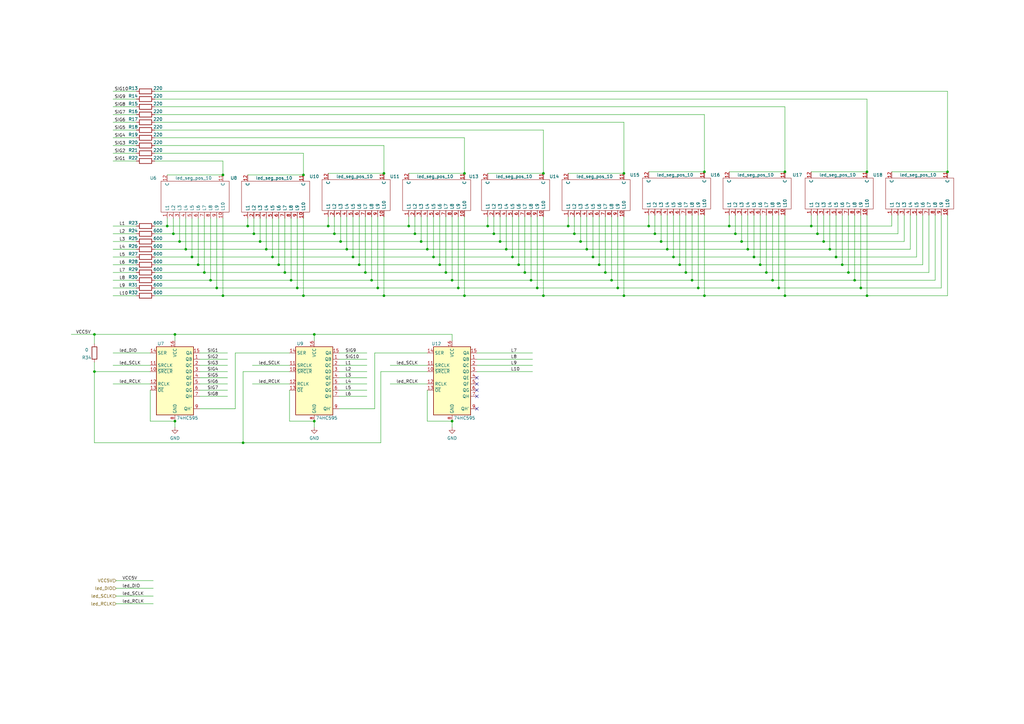
<source format=kicad_sch>
(kicad_sch (version 20211123) (generator eeschema)
  (paper "A3")
  (lib_symbols
    (symbol "74xx:74HC595"
      (property "Reference" "U" (at -7.62 13.97 0))
      (property "Value" "74HC595" (at -7.62 -16.51 0))
      (symbol "74HC595_1_0"
        (pin tri_state line (at 10.16 7.62 180) (length 2.54) (name "QB") (number "1"))
        (pin input line (at -10.16 2.54 0) (length 2.54) (name "~{SRCLR}") (number "10"))
        (pin input line (at -10.16 5.08 0) (length 2.54) (name "SRCLK") (number "11"))
        (pin input line (at -10.16 -2.54 0) (length 2.54) (name "RCLK") (number "12"))
        (pin input line (at -10.16 -5.08 0) (length 2.54) (name "~{OE}") (number "13"))
        (pin input line (at -10.16 10.16 0) (length 2.54) (name "SER") (number "14"))
        (pin tri_state line (at 10.16 10.16 180) (length 2.54) (name "QA") (number "15"))
        (pin power_in line (at 0 15.24 270) (length 2.54) (name "VCC") (number "16"))
        (pin tri_state line (at 10.16 5.08 180) (length 2.54) (name "QC") (number "2"))
        (pin tri_state line (at 10.16 2.54 180) (length 2.54) (name "QD") (number "3"))
        (pin tri_state line (at 10.16 0 180) (length 2.54) (name "QE") (number "4"))
        (pin tri_state line (at 10.16 -2.54 180) (length 2.54) (name "QF") (number "5"))
        (pin tri_state line (at 10.16 -5.08 180) (length 2.54) (name "QG") (number "6"))
        (pin tri_state line (at 10.16 -7.62 180) (length 2.54) (name "QH") (number "7"))
        (pin power_in line (at 0 -17.78 90) (length 2.54) (name "GND") (number "8"))
        (pin output line (at 10.16 -12.7 180) (length 2.54) (name "QH'") (number "9"))
      )
      (symbol "74HC595_1_1"
        (rectangle (start -7.62 12.7) (end 7.62 -15.24) (stroke (width 0.254)) (fill (type background)))
      )
    )
    (symbol "Device:R" (pin_numbers hide) (pin_names (offset 0))
      (property "Reference" "R" (at 2.032 0 90))
      (property "Value" "R" (at 0 0 90))
      (symbol "R_0_1"
        (rectangle (start -1.016 -2.54) (end 1.016 2.54) (stroke (width 0.254)))
      )
      (symbol "R_1_1"
        (pin passive line (at 0 3.81 270) (length 1.27) (name "~") (number "1"))
        (pin passive line (at 0 -3.81 90) (length 1.27) (name "~") (number "2"))
      )
    )
    (symbol "led_seg_pos_10_1"
      (property "Reference" "U6" (at -1.905 13.97 90))
      (property "Value" "led_seg_pos_10" (at 13.335 13.97 90))
      (symbol "led_seg_pos_10_1_0_1"
        (rectangle (start 0 0) (end 12.7 -27.94))
      )
      (symbol "led_seg_pos_10_1_1_1"
        (pin passive line (at -2.54 -2.54 0) (length 2.54) (name "L1") (number "1"))
        (pin passive line (at -2.54 -25.4 0) (length 2.54) (name "L10") (number "10"))
        (pin passive line (at 15.24 -25.4 180) (length 2.54) (name "C") (number "11"))
        (pin passive line (at 15.24 -2.54 180) (length 2.54) (name "C") (number "12"))
        (pin passive line (at -2.54 -5.08 0) (length 2.54) (name "L2") (number "2"))
        (pin passive line (at -2.54 -7.62 0) (length 2.54) (name "L3") (number "3"))
        (pin passive line (at -2.54 -10.16 0) (length 2.54) (name "L4") (number "4"))
        (pin passive line (at -2.54 -12.7 0) (length 2.54) (name "L5") (number "5"))
        (pin passive line (at -2.54 -15.24 0) (length 2.54) (name "L6") (number "6"))
        (pin passive line (at -2.54 -17.78 0) (length 2.54) (name "L7") (number "7"))
        (pin passive line (at -2.54 -20.32 0) (length 2.54) (name "L8") (number "8"))
        (pin passive line (at -2.54 -22.86 0) (length 2.54) (name "L9") (number "9"))
      )
    )
    (symbol "power:GND" (power) (pin_names (offset 0))
      (property "Value" "GND" (at 0 -3.81 0))
      (symbol "GND_0_1"
        (polyline (pts (xy 0 0) (xy 0 -1.27) (xy 1.27 -1.27) (xy 0 -2.54) (xy -1.27 -1.27) (xy 0 -1.27)))
      )
      (symbol "GND_1_1"
        (pin power_in line (at 0 0 270) (length 0) hide (name "GND") (number "1"))
      )
    )
  )
  (junction (at 147.32 108.585))
  (junction (at 255.905 121.285))
  (junction (at 152.4 114.935))
  (junction (at 301.625 95.885))
  (junction (at 268.605 95.885))
  (junction (at 278.765 108.585))
  (junction (at 185.42 172.72))
  (junction (at 76.2 102.235))
  (junction (at 187.96 118.11))
  (junction (at 190.5 121.285))
  (junction (at 134.62 92.71))
  (junction (at 304.165 99.06))
  (junction (at 273.685 102.235))
  (junction (at 355.6 121.285))
  (junction (at 350.52 114.935))
  (junction (at 73.66 99.06))
  (junction (at 253.365 118.11))
  (junction (at 235.585 95.885))
  (junction (at 309.245 105.41))
  (junction (at 81.28 108.585))
  (junction (at 276.225 105.41))
  (junction (at 99.695 181.61))
  (junction (at 217.805 114.935))
  (junction (at 314.325 111.76))
  (junction (at 172.72 99.06))
  (junction (at 238.125 99.06))
  (junction (at 170.18 95.885))
  (junction (at 281.305 111.76))
  (junction (at 101.6 92.71))
  (junction (at 185.42 114.935))
  (junction (at 205.105 99.06))
  (junction (at 321.945 121.285))
  (junction (at 182.88 111.76))
  (junction (at 124.46 121.285))
  (junction (at 340.36 102.235))
  (junction (at 271.145 99.06))
  (junction (at 210.185 105.41))
  (junction (at 106.68 99.06))
  (junction (at 177.8 105.41))
  (junction (at 119.38 114.935))
  (junction (at 114.3 108.585))
  (junction (at 124.46 71.755))
  (junction (at 321.945 70.485))
  (junction (at 175.26 102.235))
  (junction (at 266.065 92.71))
  (junction (at 104.14 95.885))
  (junction (at 255.905 71.12))
  (junction (at 91.44 71.755))
  (junction (at 306.705 102.235))
  (junction (at 345.44 108.585))
  (junction (at 286.385 118.11))
  (junction (at 342.9 105.41))
  (junction (at 222.885 71.12))
  (junction (at 154.94 118.11))
  (junction (at 137.16 95.885))
  (junction (at 319.405 118.11))
  (junction (at 111.76 105.41))
  (junction (at 109.22 102.235))
  (junction (at 86.36 114.935))
  (junction (at 128.905 137.16))
  (junction (at 299.085 92.71))
  (junction (at 200.025 92.71))
  (junction (at 347.98 111.76))
  (junction (at 157.48 121.285))
  (junction (at 353.06 118.11))
  (junction (at 332.74 92.71))
  (junction (at 71.12 95.885))
  (junction (at 128.905 172.72))
  (junction (at 283.845 114.935))
  (junction (at 220.345 118.11))
  (junction (at 116.84 111.76))
  (junction (at 78.74 105.41))
  (junction (at 68.58 92.71))
  (junction (at 288.925 121.285))
  (junction (at 248.285 111.76))
  (junction (at 311.785 108.585))
  (junction (at 212.725 108.585))
  (junction (at 337.82 99.06))
  (junction (at 38.735 152.4))
  (junction (at 335.28 95.885))
  (junction (at 38.735 137.16))
  (junction (at 139.7 99.06))
  (junction (at 71.755 172.72))
  (junction (at 222.885 121.285))
  (junction (at 149.86 111.76))
  (junction (at 157.48 71.12))
  (junction (at 245.745 108.585))
  (junction (at 142.24 102.235))
  (junction (at 250.825 114.935))
  (junction (at 240.665 102.235))
  (junction (at 144.78 105.41))
  (junction (at 167.64 92.71))
  (junction (at 288.925 70.485))
  (junction (at 180.34 108.585))
  (junction (at 88.9 118.11))
  (junction (at 190.5 71.12))
  (junction (at 243.205 105.41))
  (junction (at 71.755 137.16))
  (junction (at 83.82 111.76))
  (junction (at 202.565 95.885))
  (junction (at 121.92 118.11))
  (junction (at 316.865 114.935))
  (junction (at 233.045 92.71))
  (junction (at 355.6 70.485))
  (junction (at 207.645 102.235))
  (junction (at 215.265 111.76))
  (junction (at 91.44 121.285))
  (junction (at 388.62 70.485))
  (no_connect (at 195.58 154.94))
  (no_connect (at 195.58 157.48))
  (no_connect (at 195.58 167.64))
  (no_connect (at 195.58 162.56))
  (no_connect (at 195.58 160.02))
  (wire (pts (xy 63.5 121.285) (xy 91.44 121.285)))
  (wire (pts (xy 353.06 118.11) (xy 386.08 118.11)))
  (wire (pts (xy 190.5 121.285) (xy 222.885 121.285)))
  (wire (pts (xy 342.9 88.265) (xy 342.9 105.41)))
  (wire (pts (xy 83.82 89.535) (xy 83.82 111.76)))
  (wire (pts (xy 306.705 88.265) (xy 306.705 102.235)))
  (wire (pts (xy 78.74 105.41) (xy 111.76 105.41)))
  (wire (pts (xy 71.12 89.535) (xy 71.12 95.885)))
  (wire (pts (xy 319.405 88.265) (xy 319.405 118.11)))
  (wire (pts (xy 170.18 88.9) (xy 170.18 95.885)))
  (wire (pts (xy 93.345 160.02) (xy 81.915 160.02)))
  (wire (pts (xy 222.885 53.34) (xy 222.885 71.12)))
  (wire (pts (xy 355.6 121.285) (xy 321.945 121.285)))
  (wire (pts (xy 286.385 88.265) (xy 286.385 118.11)))
  (wire (pts (xy 63.5 105.41) (xy 78.74 105.41)))
  (wire (pts (xy 167.64 88.9) (xy 167.64 92.71)))
  (wire (pts (xy 167.64 92.71) (xy 200.025 92.71)))
  (wire (pts (xy 250.825 114.935) (xy 217.805 114.935)))
  (wire (pts (xy 144.78 105.41) (xy 177.8 105.41)))
  (wire (pts (xy 273.685 102.235) (xy 240.665 102.235)))
  (wire (pts (xy 46.355 111.76) (xy 55.88 111.76)))
  (wire (pts (xy 276.225 88.265) (xy 276.225 105.41)))
  (wire (pts (xy 68.58 89.535) (xy 68.58 92.71)))
  (wire (pts (xy 195.58 147.32) (xy 218.44 147.32)))
  (wire (pts (xy 46.355 121.285) (xy 55.88 121.285)))
  (wire (pts (xy 286.385 118.11) (xy 319.405 118.11)))
  (wire (pts (xy 147.32 108.585) (xy 114.3 108.585)))
  (wire (pts (xy 347.98 111.76) (xy 314.325 111.76)))
  (wire (pts (xy 147.32 88.9) (xy 147.32 108.585)))
  (wire (pts (xy 63.5 95.885) (xy 71.12 95.885)))
  (wire (pts (xy 156.21 152.4) (xy 175.26 152.4)))
  (wire (pts (xy 154.94 118.11) (xy 187.96 118.11)))
  (wire (pts (xy 104.14 89.535) (xy 104.14 95.885)))
  (wire (pts (xy 240.665 88.9) (xy 240.665 102.235)))
  (wire (pts (xy 299.085 70.485) (xy 321.945 70.485)))
  (wire (pts (xy 273.685 88.265) (xy 273.685 102.235)))
  (wire (pts (xy 388.62 121.285) (xy 355.6 121.285)))
  (wire (pts (xy 114.3 108.585) (xy 81.28 108.585)))
  (wire (pts (xy 332.74 88.265) (xy 332.74 92.71)))
  (wire (pts (xy 63.5 114.935) (xy 86.36 114.935)))
  (wire (pts (xy 88.9 118.11) (xy 121.92 118.11)))
  (wire (pts (xy 243.205 88.9) (xy 243.205 105.41)))
  (wire (pts (xy 46.355 92.71) (xy 55.88 92.71)))
  (wire (pts (xy 81.28 89.535) (xy 81.28 108.585)))
  (wire (pts (xy 195.58 144.78) (xy 218.44 144.78)))
  (wire (pts (xy 152.4 114.935) (xy 185.42 114.935)))
  (wire (pts (xy 245.745 108.585) (xy 212.725 108.585)))
  (wire (pts (xy 175.26 88.9) (xy 175.26 102.235)))
  (wire (pts (xy 233.045 71.12) (xy 255.905 71.12)))
  (wire (pts (xy 172.72 88.9) (xy 172.72 99.06)))
  (wire (pts (xy 71.12 95.885) (xy 104.14 95.885)))
  (wire (pts (xy 46.355 99.06) (xy 55.88 99.06)))
  (wire (pts (xy 222.885 121.285) (xy 255.905 121.285)))
  (wire (pts (xy 288.925 121.285) (xy 321.945 121.285)))
  (wire (pts (xy 347.98 88.265) (xy 347.98 111.76)))
  (wire (pts (xy 139.065 167.64) (xy 153.67 167.64)))
  (wire (pts (xy 195.58 152.4) (xy 218.44 152.4)))
  (wire (pts (xy 63.5 111.76) (xy 83.82 111.76)))
  (wire (pts (xy 316.865 88.265) (xy 316.865 114.935)))
  (wire (pts (xy 46.355 56.515) (xy 55.88 56.515)))
  (wire (pts (xy 103.505 149.86) (xy 118.745 149.86)))
  (wire (pts (xy 278.765 88.265) (xy 278.765 108.585)))
  (wire (pts (xy 266.065 70.485) (xy 288.925 70.485)))
  (wire (pts (xy 383.54 114.935) (xy 350.52 114.935)))
  (wire (pts (xy 306.705 102.235) (xy 340.36 102.235)))
  (wire (pts (xy 365.76 70.485) (xy 388.62 70.485)))
  (wire (pts (xy 150.495 160.02) (xy 139.065 160.02)))
  (wire (pts (xy 200.025 92.71) (xy 233.045 92.71)))
  (wire (pts (xy 128.905 172.72) (xy 128.905 175.26)))
  (wire (pts (xy 46.355 105.41) (xy 55.88 105.41)))
  (wire (pts (xy 46.355 118.11) (xy 55.88 118.11)))
  (wire (pts (xy 190.5 56.515) (xy 190.5 71.12)))
  (wire (pts (xy 124.46 62.865) (xy 124.46 71.755)))
  (wire (pts (xy 388.62 70.485) (xy 388.62 37.465)))
  (wire (pts (xy 266.065 88.265) (xy 266.065 92.71)))
  (wire (pts (xy 205.105 99.06) (xy 238.125 99.06)))
  (wire (pts (xy 116.84 111.76) (xy 149.86 111.76)))
  (wire (pts (xy 175.26 102.235) (xy 142.24 102.235)))
  (wire (pts (xy 111.76 105.41) (xy 144.78 105.41)))
  (wire (pts (xy 268.605 88.265) (xy 268.605 95.885)))
  (wire (pts (xy 243.205 105.41) (xy 276.225 105.41)))
  (wire (pts (xy 222.885 88.9) (xy 222.885 121.285)))
  (wire (pts (xy 175.26 160.02) (xy 175.26 172.72)))
  (wire (pts (xy 81.915 167.64) (xy 96.52 167.64)))
  (wire (pts (xy 220.345 88.9) (xy 220.345 118.11)))
  (wire (pts (xy 149.86 88.9) (xy 149.86 111.76)))
  (wire (pts (xy 63.5 50.165) (xy 255.905 50.165)))
  (wire (pts (xy 156.21 181.61) (xy 99.695 181.61)))
  (wire (pts (xy 215.265 88.9) (xy 215.265 111.76)))
  (wire (pts (xy 190.5 121.285) (xy 157.48 121.285)))
  (wire (pts (xy 29.21 137.16) (xy 38.735 137.16)))
  (wire (pts (xy 335.28 95.885) (xy 368.3 95.885)))
  (wire (pts (xy 134.62 92.71) (xy 167.64 92.71)))
  (wire (pts (xy 78.74 89.535) (xy 78.74 105.41)))
  (wire (pts (xy 63.5 43.815) (xy 321.945 43.815)))
  (wire (pts (xy 93.345 157.48) (xy 81.915 157.48)))
  (wire (pts (xy 245.745 88.9) (xy 245.745 108.585)))
  (wire (pts (xy 46.355 102.235) (xy 55.88 102.235)))
  (wire (pts (xy 150.495 149.86) (xy 139.065 149.86)))
  (wire (pts (xy 233.045 88.9) (xy 233.045 92.71)))
  (wire (pts (xy 99.695 152.4) (xy 99.695 181.61)))
  (wire (pts (xy 288.925 88.265) (xy 288.925 121.285)))
  (wire (pts (xy 144.78 88.9) (xy 144.78 105.41)))
  (wire (pts (xy 350.52 88.265) (xy 350.52 114.935)))
  (wire (pts (xy 167.64 71.12) (xy 190.5 71.12)))
  (wire (pts (xy 63.5 59.69) (xy 157.48 59.69)))
  (wire (pts (xy 200.025 71.12) (xy 222.885 71.12)))
  (wire (pts (xy 137.16 95.885) (xy 170.18 95.885)))
  (wire (pts (xy 314.325 88.265) (xy 314.325 111.76)))
  (wire (pts (xy 355.6 88.265) (xy 355.6 121.285)))
  (wire (pts (xy 93.345 152.4) (xy 81.915 152.4)))
  (wire (pts (xy 63.5 40.64) (xy 355.6 40.64)))
  (wire (pts (xy 157.48 88.9) (xy 157.48 121.285)))
  (wire (pts (xy 240.665 102.235) (xy 207.645 102.235)))
  (wire (pts (xy 235.585 95.885) (xy 268.605 95.885)))
  (wire (pts (xy 124.46 89.535) (xy 124.46 121.285)))
  (wire (pts (xy 185.42 88.9) (xy 185.42 114.935)))
  (wire (pts (xy 142.24 88.9) (xy 142.24 102.235)))
  (wire (pts (xy 220.345 118.11) (xy 253.365 118.11)))
  (wire (pts (xy 233.045 92.71) (xy 266.065 92.71)))
  (wire (pts (xy 238.125 99.06) (xy 271.145 99.06)))
  (wire (pts (xy 139.7 99.06) (xy 172.72 99.06)))
  (wire (pts (xy 281.305 88.265) (xy 281.305 111.76)))
  (wire (pts (xy 271.145 88.265) (xy 271.145 99.06)))
  (wire (pts (xy 182.88 88.9) (xy 182.88 111.76)))
  (wire (pts (xy 309.245 105.41) (xy 276.225 105.41)))
  (wire (pts (xy 311.785 88.265) (xy 311.785 108.585)))
  (wire (pts (xy 301.625 88.265) (xy 301.625 95.885)))
  (wire (pts (xy 238.125 88.9) (xy 238.125 99.06)))
  (wire (pts (xy 350.52 114.935) (xy 316.865 114.935)))
  (wire (pts (xy 185.42 139.7) (xy 185.42 137.16)))
  (wire (pts (xy 46.355 46.99) (xy 55.88 46.99)))
  (wire (pts (xy 381 88.265) (xy 381 111.76)))
  (wire (pts (xy 288.925 46.99) (xy 288.925 70.485)))
  (wire (pts (xy 93.345 154.94) (xy 81.915 154.94)))
  (wire (pts (xy 119.38 114.935) (xy 152.4 114.935)))
  (wire (pts (xy 63.5 46.99) (xy 288.925 46.99)))
  (wire (pts (xy 381 111.76) (xy 347.98 111.76)))
  (wire (pts (xy 283.845 114.935) (xy 250.825 114.935)))
  (wire (pts (xy 217.805 114.935) (xy 185.42 114.935)))
  (wire (pts (xy 235.585 95.885) (xy 202.565 95.885)))
  (wire (pts (xy 187.96 88.9) (xy 187.96 118.11)))
  (wire (pts (xy 370.84 88.265) (xy 370.84 99.06)))
  (wire (pts (xy 118.745 172.72) (xy 128.905 172.72)))
  (wire (pts (xy 71.755 137.16) (xy 128.905 137.16)))
  (wire (pts (xy 149.86 111.76) (xy 182.88 111.76)))
  (wire (pts (xy 150.495 147.32) (xy 139.065 147.32)))
  (wire (pts (xy 128.905 137.16) (xy 185.42 137.16)))
  (wire (pts (xy 200.025 88.9) (xy 200.025 92.71)))
  (wire (pts (xy 153.67 144.78) (xy 175.26 144.78)))
  (wire (pts (xy 46.355 108.585) (xy 55.88 108.585)))
  (wire (pts (xy 342.9 105.41) (xy 375.92 105.41)))
  (wire (pts (xy 160.02 149.86) (xy 175.26 149.86)))
  (wire (pts (xy 306.705 102.235) (xy 273.685 102.235)))
  (wire (pts (xy 46.355 37.465) (xy 55.88 37.465)))
  (wire (pts (xy 63.5 37.465) (xy 388.62 37.465)))
  (wire (pts (xy 63.5 62.865) (xy 124.46 62.865)))
  (wire (pts (xy 91.44 66.04) (xy 91.44 71.755)))
  (wire (pts (xy 111.76 89.535) (xy 111.76 105.41)))
  (wire (pts (xy 353.06 88.265) (xy 353.06 118.11)))
  (wire (pts (xy 93.345 162.56) (xy 81.915 162.56)))
  (wire (pts (xy 118.745 160.02) (xy 118.745 172.72)))
  (wire (pts (xy 152.4 88.9) (xy 152.4 114.935)))
  (wire (pts (xy 88.9 89.535) (xy 88.9 118.11)))
  (wire (pts (xy 375.92 88.265) (xy 375.92 105.41)))
  (wire (pts (xy 76.2 102.235) (xy 109.22 102.235)))
  (wire (pts (xy 46.355 149.86) (xy 61.595 149.86)))
  (wire (pts (xy 332.74 70.485) (xy 355.6 70.485)))
  (wire (pts (xy 99.695 181.61) (xy 38.735 181.61)))
  (wire (pts (xy 46.355 59.69) (xy 55.88 59.69)))
  (wire (pts (xy 365.76 92.71) (xy 332.74 92.71)))
  (wire (pts (xy 47.625 244.475) (xy 62.865 244.475)))
  (wire (pts (xy 190.5 88.9) (xy 190.5 121.285)))
  (wire (pts (xy 253.365 118.11) (xy 286.385 118.11)))
  (wire (pts (xy 311.785 108.585) (xy 278.765 108.585)))
  (wire (pts (xy 268.605 95.885) (xy 301.625 95.885)))
  (wire (pts (xy 177.8 88.9) (xy 177.8 105.41)))
  (wire (pts (xy 99.695 152.4) (xy 118.745 152.4)))
  (wire (pts (xy 235.585 88.9) (xy 235.585 95.885)))
  (wire (pts (xy 355.6 40.64) (xy 355.6 70.485)))
  (wire (pts (xy 150.495 152.4) (xy 139.065 152.4)))
  (wire (pts (xy 76.2 89.535) (xy 76.2 102.235)))
  (wire (pts (xy 109.22 102.235) (xy 142.24 102.235)))
  (wire (pts (xy 101.6 71.755) (xy 124.46 71.755)))
  (wire (pts (xy 301.625 95.885) (xy 335.28 95.885)))
  (wire (pts (xy 210.185 105.41) (xy 243.205 105.41)))
  (wire (pts (xy 255.905 50.165) (xy 255.905 71.12)))
  (wire (pts (xy 38.735 137.16) (xy 38.735 140.97)))
  (wire (pts (xy 205.105 88.9) (xy 205.105 99.06)))
  (wire (pts (xy 373.38 88.265) (xy 373.38 102.235)))
  (wire (pts (xy 63.5 102.235) (xy 76.2 102.235)))
  (wire (pts (xy 266.065 92.71) (xy 299.085 92.71)))
  (wire (pts (xy 153.67 167.64) (xy 153.67 144.78)))
  (wire (pts (xy 170.18 95.885) (xy 202.565 95.885)))
  (wire (pts (xy 46.355 95.885) (xy 55.88 95.885)))
  (wire (pts (xy 46.355 40.64) (xy 55.88 40.64)))
  (wire (pts (xy 212.725 108.585) (xy 180.34 108.585)))
  (wire (pts (xy 388.62 88.265) (xy 388.62 121.285)))
  (wire (pts (xy 71.755 172.72) (xy 71.755 175.26)))
  (wire (pts (xy 335.28 88.265) (xy 335.28 95.885)))
  (wire (pts (xy 278.765 108.585) (xy 245.745 108.585)))
  (wire (pts (xy 68.58 71.755) (xy 91.44 71.755)))
  (wire (pts (xy 116.84 89.535) (xy 116.84 111.76)))
  (wire (pts (xy 175.26 172.72) (xy 185.42 172.72)))
  (wire (pts (xy 46.355 114.935) (xy 55.88 114.935)))
  (wire (pts (xy 46.355 62.865) (xy 55.88 62.865)))
  (wire (pts (xy 86.36 89.535) (xy 86.36 114.935)))
  (wire (pts (xy 61.595 160.02) (xy 61.595 172.72)))
  (wire (pts (xy 46.355 43.815) (xy 55.88 43.815)))
  (wire (pts (xy 180.34 88.9) (xy 180.34 108.585)))
  (wire (pts (xy 321.945 88.265) (xy 321.945 121.285)))
  (wire (pts (xy 172.72 99.06) (xy 205.105 99.06)))
  (wire (pts (xy 73.66 89.535) (xy 73.66 99.06)))
  (wire (pts (xy 121.92 89.535) (xy 121.92 118.11)))
  (wire (pts (xy 177.8 105.41) (xy 210.185 105.41)))
  (wire (pts (xy 316.865 114.935) (xy 283.845 114.935)))
  (wire (pts (xy 370.84 99.06) (xy 337.82 99.06)))
  (wire (pts (xy 304.165 99.06) (xy 271.145 99.06)))
  (wire (pts (xy 210.185 88.9) (xy 210.185 105.41)))
  (wire (pts (xy 368.3 88.265) (xy 368.3 95.885)))
  (wire (pts (xy 109.22 89.535) (xy 109.22 102.235)))
  (wire (pts (xy 150.495 162.56) (xy 139.065 162.56)))
  (wire (pts (xy 378.46 88.265) (xy 378.46 108.585)))
  (wire (pts (xy 340.36 102.235) (xy 373.38 102.235)))
  (wire (pts (xy 154.94 88.9) (xy 154.94 118.11)))
  (wire (pts (xy 93.345 147.32) (xy 81.915 147.32)))
  (wire (pts (xy 253.365 88.9) (xy 253.365 118.11)))
  (wire (pts (xy 38.735 148.59) (xy 38.735 152.4)))
  (wire (pts (xy 38.735 152.4) (xy 61.595 152.4)))
  (wire (pts (xy 309.245 105.41) (xy 342.9 105.41)))
  (wire (pts (xy 207.645 88.9) (xy 207.645 102.235)))
  (wire (pts (xy 180.34 108.585) (xy 147.32 108.585)))
  (wire (pts (xy 314.325 111.76) (xy 281.305 111.76)))
  (wire (pts (xy 128.905 139.7) (xy 128.905 137.16)))
  (wire (pts (xy 340.36 88.265) (xy 340.36 102.235)))
  (wire (pts (xy 185.42 172.72) (xy 185.42 175.26)))
  (wire (pts (xy 101.6 89.535) (xy 101.6 92.71)))
  (wire (pts (xy 195.58 149.86) (xy 218.44 149.86)))
  (wire (pts (xy 150.495 144.78) (xy 139.065 144.78)))
  (wire (pts (xy 283.845 88.265) (xy 283.845 114.935)))
  (wire (pts (xy 321.945 43.815) (xy 321.945 70.485)))
  (wire (pts (xy 207.645 102.235) (xy 175.26 102.235)))
  (wire (pts (xy 96.52 167.64) (xy 96.52 144.78)))
  (wire (pts (xy 38.735 181.61) (xy 38.735 152.4)))
  (wire (pts (xy 63.5 99.06) (xy 73.66 99.06)))
  (wire (pts (xy 250.825 88.9) (xy 250.825 114.935)))
  (wire (pts (xy 378.46 108.585) (xy 345.44 108.585)))
  (wire (pts (xy 46.355 157.48) (xy 61.595 157.48)))
  (wire (pts (xy 47.625 247.65) (xy 62.865 247.65)))
  (wire (pts (xy 215.265 111.76) (xy 182.88 111.76)))
  (wire (pts (xy 104.14 95.885) (xy 137.16 95.885)))
  (wire (pts (xy 337.82 88.265) (xy 337.82 99.06)))
  (wire (pts (xy 114.3 89.535) (xy 114.3 108.585)))
  (wire (pts (xy 116.84 111.76) (xy 83.82 111.76)))
  (wire (pts (xy 91.44 89.535) (xy 91.44 121.285)))
  (wire (pts (xy 255.905 88.9) (xy 255.905 121.285)))
  (wire (pts (xy 217.805 88.9) (xy 217.805 114.935)))
  (wire (pts (xy 157.48 59.69) (xy 157.48 71.12)))
  (wire (pts (xy 386.08 88.265) (xy 386.08 118.11)))
  (wire (pts (xy 63.5 118.11) (xy 88.9 118.11)))
  (wire (pts (xy 86.36 114.935) (xy 119.38 114.935)))
  (wire (pts (xy 38.735 137.16) (xy 71.755 137.16)))
  (wire (pts (xy 248.285 88.9) (xy 248.285 111.76)))
  (wire (pts (xy 150.495 157.48) (xy 139.065 157.48)))
  (wire (pts (xy 63.5 66.04) (xy 91.44 66.04)))
  (wire (pts (xy 187.96 118.11) (xy 220.345 118.11)))
  (wire (pts (xy 345.44 88.265) (xy 345.44 108.585)))
  (wire (pts (xy 63.5 56.515) (xy 190.5 56.515)))
  (wire (pts (xy 63.5 108.585) (xy 81.28 108.585)))
  (wire (pts (xy 299.085 88.265) (xy 299.085 92.71)))
  (wire (pts (xy 119.38 89.535) (xy 119.38 114.935)))
  (wire (pts (xy 157.48 121.285) (xy 124.46 121.285)))
  (wire (pts (xy 46.355 66.04) (xy 55.88 66.04)))
  (wire (pts (xy 61.595 172.72) (xy 71.755 172.72)))
  (wire (pts (xy 71.755 139.7) (xy 71.755 137.16)))
  (wire (pts (xy 63.5 53.34) (xy 222.885 53.34)))
  (wire (pts (xy 121.92 118.11) (xy 154.94 118.11)))
  (wire (pts (xy 46.355 50.165) (xy 55.88 50.165)))
  (wire (pts (xy 106.68 89.535) (xy 106.68 99.06)))
  (wire (pts (xy 46.355 53.34) (xy 55.88 53.34)))
  (wire (pts (xy 255.905 121.285) (xy 288.925 121.285)))
  (wire (pts (xy 134.62 88.9) (xy 134.62 92.71)))
  (wire (pts (xy 106.68 99.06) (xy 73.66 99.06)))
  (wire (pts (xy 299.085 92.71) (xy 332.74 92.71)))
  (wire (pts (xy 63.5 92.71) (xy 68.58 92.71)))
  (wire (pts (xy 101.6 92.71) (xy 68.58 92.71)))
  (wire (pts (xy 215.265 111.76) (xy 248.285 111.76)))
  (wire (pts (xy 137.16 88.9) (xy 137.16 95.885)))
  (wire (pts (xy 93.345 144.78) (xy 81.915 144.78)))
  (wire (pts (xy 134.62 92.71) (xy 101.6 92.71)))
  (wire (pts (xy 345.44 108.585) (xy 311.785 108.585)))
  (wire (pts (xy 47.625 238.125) (xy 62.865 238.125)))
  (wire (pts (xy 150.495 154.94) (xy 139.065 154.94)))
  (wire (pts (xy 248.285 111.76) (xy 281.305 111.76)))
  (wire (pts (xy 337.82 99.06) (xy 304.165 99.06)))
  (wire (pts (xy 96.52 144.78) (xy 118.745 144.78)))
  (wire (pts (xy 93.345 149.86) (xy 81.915 149.86)))
  (wire (pts (xy 134.62 71.12) (xy 157.48 71.12)))
  (wire (pts (xy 160.02 157.48) (xy 175.26 157.48)))
  (wire (pts (xy 202.565 88.9) (xy 202.565 95.885)))
  (wire (pts (xy 304.165 88.265) (xy 304.165 99.06)))
  (wire (pts (xy 319.405 118.11) (xy 353.06 118.11)))
  (wire (pts (xy 46.355 144.78) (xy 61.595 144.78)))
  (wire (pts (xy 309.245 88.265) (xy 309.245 105.41)))
  (wire (pts (xy 156.21 152.4) (xy 156.21 181.61)))
  (wire (pts (xy 212.725 88.9) (xy 212.725 108.585)))
  (wire (pts (xy 124.46 121.285) (xy 91.44 121.285)))
  (wire (pts (xy 383.54 88.265) (xy 383.54 114.935)))
  (wire (pts (xy 365.76 88.265) (xy 365.76 92.71)))
  (wire (pts (xy 139.7 88.9) (xy 139.7 99.06)))
  (wire (pts (xy 47.625 241.3) (xy 62.865 241.3)))
  (wire (pts (xy 139.7 99.06) (xy 106.68 99.06)))
  (wire (pts (xy 103.505 157.48) (xy 118.745 157.48)))
  (label "L3" (at 48.895 99.06 0))
  (label "L1" (at 141.605 149.86 0))
  (label "L5" (at 48.895 105.41 0))
  (label "L8" (at 48.895 114.935 0))
  (label "SIG6" (at 89.535 157.48 180))
  (label "SIG1" (at 89.535 144.78 180))
  (label "VCC5V" (at 50.165 238.125 0))
  (label "SIG9" (at 46.99 40.64 0))
  (label "L1" (at 48.895 92.71 0))
  (label "L6" (at 141.605 162.56 0))
  (label "L7" (at 48.895 111.76 0))
  (label "SIG3" (at 46.99 59.69 0))
  (label "L8" (at 209.55 147.32 0))
  (label "led_SCLK" (at 48.895 149.86 0))
  (label "led_RCLK" (at 50.165 247.65 0))
  (label "L9" (at 48.895 118.11 0))
  (label "led_RCLK" (at 48.895 157.48 0))
  (label "SIG10" (at 141.605 147.32 0))
  (label "led_RCLK" (at 106.045 157.48 0))
  (label "L7" (at 209.55 144.78 0))
  (label "SIG9" (at 141.605 144.78 0))
  (label "led_SCLK" (at 50.165 244.475 0))
  (label "SIG4" (at 46.99 56.515 0))
  (label "L4" (at 141.605 157.48 0))
  (label "L3" (at 141.605 154.94 0))
  (label "L2" (at 48.895 95.885 0))
  (label "SIG7" (at 46.99 46.99 0))
  (label "led_SCLK" (at 162.56 149.86 0))
  (label "SIG4" (at 89.535 152.4 180))
  (label "SIG1" (at 46.99 66.04 0))
  (label "SIG10" (at 46.99 37.465 0))
  (label "L9" (at 209.55 149.86 0))
  (label "SIG2" (at 46.99 62.865 0))
  (label "L6" (at 48.895 108.585 0))
  (label "L10" (at 48.895 121.285 0))
  (label "SIG2" (at 89.535 147.32 180))
  (label "SIG7" (at 89.535 160.02 180))
  (label "L10" (at 209.55 152.4 0))
  (label "L4" (at 48.895 102.235 0))
  (label "led_SCLK" (at 106.045 149.86 0))
  (label "SIG8" (at 89.535 162.56 180))
  (label "SIG5" (at 46.99 53.34 0))
  (label "led_RCLK" (at 162.56 157.48 0))
  (label "L5" (at 141.605 160.02 0))
  (label "VCC5V" (at 31.115 137.16 0))
  (label "led_DIO" (at 48.895 144.78 0))
  (label "SIG8" (at 46.99 43.815 0))
  (label "SIG3" (at 89.535 149.86 180))
  (label "L2" (at 141.605 152.4 0))
  (label "SIG6" (at 46.99 50.165 0))
  (label "SIG5" (at 89.535 154.94 180))
  (label "led_DIO" (at 50.165 241.3 0))
  (hierarchical_label "led_SCLK" (shape input) (at 47.625 244.475 180))
  (hierarchical_label "led_RCLK" (shape input) (at 47.625 247.65 180))
  (hierarchical_label "VCC5V" (shape input) (at 47.625 238.125 180))
  (hierarchical_label "led_DIO" (shape input) (at 47.625 241.3 180))
  (symbol (lib_id "Device:R") (at 59.69 114.935 90) (unit 1)
    (property "Reference" "R30" (at 54.61 113.665 90))
    (property "Value" "600" (at 64.77 113.665 90))
    (property "Footprint" "Resistor_SMD:R_0603_1608Metric" (effects hide))
  )
  (symbol (lib_id "74xx:74HC595") (at 71.755 154.94 0) (unit 1)
    (property "Reference" "U7" (at 67.31 140.97 0) (effects (justify right)))
    (property "Value" "74HC595" (at 81.28 171.45 0) (effects (justify right)))
    (property "Footprint" "Package_SO:SOIC-16_3.9x9.9mm_P1.27mm" (effects hide))
    (property "Datasheet" "http://www.ti.com/lit/ds/symlink/sn74hc595.pdf" (effects hide))
  )
  (symbol (lib_id "power:GND") (at 128.905 175.26 0) (unit 1)
    (property "Reference" "#PWR0121" (effects hide))
    (property "Value" "GND" (at 128.905 179.705 0))
  )
  (symbol (lib_id "Device:R") (at 59.69 95.885 90) (unit 1)
    (property "Reference" "R24" (at 54.61 94.615 90))
    (property "Value" "600" (at 64.77 94.615 90))
    (property "Footprint" "Resistor_SMD:R_0603_1608Metric" (effects hide))
  )
  (symbol (lib_id "power:GND") (at 185.42 175.26 0) (unit 1)
    (property "Reference" "#PWR0122" (effects hide))
    (property "Value" "GND" (at 185.42 179.705 0))
  )
  (symbol (lib_id "Device:R") (at 59.69 43.815 90) (unit 1)
    (property "Reference" "R15" (at 54.61 42.545 90))
    (property "Value" "220" (at 64.77 42.545 90))
    (property "Footprint" "Resistor_SMD:R_0603_1608Metric" (effects hide))
  )
  (symbol (lib_id "Device:R") (at 59.69 92.71 90) (unit 1)
    (property "Reference" "R23" (at 54.61 91.44 90))
    (property "Value" "600" (at 64.77 91.44 90))
    (property "Footprint" "Resistor_SMD:R_0603_1608Metric" (effects hide))
  )
  (symbol (lib_name "led_seg_pos_10_1") (lib_id "Display_Led_Segment:led_seg_pos_10") (at 263.525 85.725 90) (unit 1)
    (property "Reference" "U15" (at 260.35 71.755 90))
    (property "Value" "led_seg_pos_10" (at 276.86 71.755 90))
    (property "Footprint" "Display_Led_Segment:led_seg_2.54_10" (effects hide))
  )
  (symbol (lib_id "power:GND") (at 71.755 175.26 0) (unit 1)
    (property "Reference" "#PWR0119" (effects hide))
    (property "Value" "GND" (at 71.755 179.705 0))
  )
  (symbol (lib_id "Device:R") (at 59.69 121.285 90) (unit 1)
    (property "Reference" "R32" (at 54.61 120.015 90))
    (property "Value" "600" (at 64.77 120.015 90))
    (property "Footprint" "Resistor_SMD:R_0603_1608Metric" (effects hide))
  )
  (symbol (lib_id "Device:R") (at 59.69 53.34 90) (unit 1)
    (property "Reference" "R18" (at 54.61 52.07 90))
    (property "Value" "220" (at 64.77 52.07 90))
    (property "Footprint" "Resistor_SMD:R_0603_1608Metric" (effects hide))
  )
  (symbol (lib_id "74xx:74HC595") (at 185.42 154.94 0) (unit 1)
    (property "Reference" "U12" (at 180.975 140.97 0) (effects (justify right)))
    (property "Value" "74HC595" (at 194.945 171.45 0) (effects (justify right)))
    (property "Footprint" "Package_SO:SOIC-16_3.9x9.9mm_P1.27mm" (effects hide))
    (property "Datasheet" "http://www.ti.com/lit/ds/symlink/sn74hc595.pdf" (effects hide))
  )
  (symbol (lib_id "Device:R") (at 59.69 46.99 90) (unit 1)
    (property "Reference" "R16" (at 54.61 45.72 90))
    (property "Value" "220" (at 64.77 45.72 90))
    (property "Footprint" "Resistor_SMD:R_0603_1608Metric" (effects hide))
  )
  (symbol (lib_id "Device:R") (at 59.69 37.465 90) (unit 1)
    (property "Reference" "R13" (at 54.61 36.195 90))
    (property "Value" "220" (at 64.77 36.195 90))
    (property "Footprint" "Resistor_SMD:R_0603_1608Metric" (effects hide))
  )
  (symbol (lib_id "Device:R") (at 38.735 144.78 180) (unit 1)
    (property "Reference" "R34" (at 35.56 146.685 0))
    (property "Value" "0" (at 35.56 143.51 0))
    (property "Footprint" "Resistor_SMD:R_0603_1608Metric" (effects hide))
  )
  (symbol (lib_name "led_seg_pos_10_1") (lib_id "Display_Led_Segment:led_seg_pos_10") (at 230.505 86.36 90) (unit 1)
    (property "Reference" "U14" (at 227.33 72.39 90))
    (property "Value" "led_seg_pos_10" (at 243.84 72.39 90))
    (property "Footprint" "Display_Led_Segment:led_seg_2.54_10" (effects hide))
  )
  (symbol (lib_name "led_seg_pos_10_1") (lib_id "Display_Led_Segment:led_seg_pos_10") (at 66.04 86.995 90) (unit 1)
    (property "Reference" "U6" (at 62.865 73.025 90))
    (property "Value" "led_seg_pos_10" (at 79.375 73.025 90))
    (property "Footprint" "Display_Led_Segment:led_seg_2.54_10" (effects hide))
  )
  (symbol (lib_id "Device:R") (at 59.69 66.04 90) (unit 1)
    (property "Reference" "R22" (at 54.61 64.77 90))
    (property "Value" "220" (at 64.77 64.77 90))
    (property "Footprint" "Resistor_SMD:R_0603_1608Metric" (effects hide))
  )
  (symbol (lib_id "Device:R") (at 59.69 102.235 90) (unit 1)
    (property "Reference" "R26" (at 54.61 100.965 90))
    (property "Value" "600" (at 64.77 100.965 90))
    (property "Footprint" "Resistor_SMD:R_0603_1608Metric" (effects hide))
  )
  (symbol (lib_name "led_seg_pos_10_1") (lib_id "Display_Led_Segment:led_seg_pos_10") (at 132.08 86.36 90) (unit 1)
    (property "Reference" "U10" (at 128.905 72.39 90))
    (property "Value" "led_seg_pos_10" (at 145.415 72.39 90))
    (property "Footprint" "Display_Led_Segment:led_seg_2.54_10" (effects hide))
  )
  (symbol (lib_name "led_seg_pos_10_1") (lib_id "Display_Led_Segment:led_seg_pos_10") (at 363.22 85.725 90) (unit 1)
    (property "Reference" "U18" (at 360.045 71.755 90))
    (property "Value" "led_seg_pos_10" (at 376.555 71.755 90))
    (property "Footprint" "Display_Led_Segment:led_seg_2.54_10" (effects hide))
  )
  (symbol (lib_name "led_seg_pos_10_1") (lib_id "Display_Led_Segment:led_seg_pos_10") (at 330.2 85.725 90) (unit 1)
    (property "Reference" "U17" (at 327.025 71.755 90))
    (property "Value" "led_seg_pos_10" (at 343.535 71.755 90))
    (property "Footprint" "Display_Led_Segment:led_seg_2.54_10" (effects hide))
  )
  (symbol (lib_id "Device:R") (at 59.69 118.11 90) (unit 1)
    (property "Reference" "R31" (at 54.61 116.84 90))
    (property "Value" "600" (at 64.77 116.84 90))
    (property "Footprint" "Resistor_SMD:R_0603_1608Metric" (effects hide))
  )
  (symbol (lib_id "Device:R") (at 59.69 56.515 90) (unit 1)
    (property "Reference" "R19" (at 54.61 55.245 90))
    (property "Value" "220" (at 64.77 55.245 90))
    (property "Footprint" "Resistor_SMD:R_0603_1608Metric" (effects hide))
  )
  (symbol (lib_id "74xx:74HC595") (at 128.905 154.94 0) (unit 1)
    (property "Reference" "U9" (at 124.46 140.97 0) (effects (justify right)))
    (property "Value" "74HC595" (at 138.43 171.45 0) (effects (justify right)))
    (property "Footprint" "Package_SO:SOIC-16_3.9x9.9mm_P1.27mm" (effects hide))
    (property "Datasheet" "http://www.ti.com/lit/ds/symlink/sn74hc595.pdf" (effects hide))
  )
  (symbol (lib_name "led_seg_pos_10_1") (lib_id "Display_Led_Segment:led_seg_pos_10") (at 296.545 85.725 90) (unit 1)
    (property "Reference" "U16" (at 293.37 71.755 90))
    (property "Value" "led_seg_pos_10" (at 309.88 71.755 90))
    (property "Footprint" "Display_Led_Segment:led_seg_2.54_10" (effects hide))
  )
  (symbol (lib_name "led_seg_pos_10_1") (lib_id "Display_Led_Segment:led_seg_pos_10") (at 197.485 86.36 90) (unit 1)
    (property "Reference" "U13" (at 194.31 72.39 90))
    (property "Value" "led_seg_pos_10" (at 210.82 72.39 90))
    (property "Footprint" "Display_Led_Segment:led_seg_2.54_10" (effects hide))
  )
  (symbol (lib_id "Device:R") (at 59.69 108.585 90) (unit 1)
    (property "Reference" "R28" (at 54.61 107.315 90))
    (property "Value" "600" (at 64.77 107.315 90))
    (property "Footprint" "Resistor_SMD:R_0603_1608Metric" (effects hide))
  )
  (symbol (lib_id "Device:R") (at 59.69 99.06 90) (unit 1)
    (property "Reference" "R25" (at 54.61 97.79 90))
    (property "Value" "600" (at 64.77 97.79 90))
    (property "Footprint" "Resistor_SMD:R_0603_1608Metric" (effects hide))
  )
  (symbol (lib_id "Device:R") (at 59.69 62.865 90) (unit 1)
    (property "Reference" "R21" (at 54.61 61.595 90))
    (property "Value" "220" (at 64.77 61.595 90))
    (property "Footprint" "Resistor_SMD:R_0603_1608Metric" (effects hide))
  )
  (symbol (lib_id "Device:R") (at 59.69 105.41 90) (unit 1)
    (property "Reference" "R27" (at 54.61 104.14 90))
    (property "Value" "600" (at 64.77 104.14 90))
    (property "Footprint" "Resistor_SMD:R_0603_1608Metric" (effects hide))
  )
  (symbol (lib_id "Device:R") (at 59.69 111.76 90) (unit 1)
    (property "Reference" "R29" (at 54.61 110.49 90))
    (property "Value" "600" (at 64.77 110.49 90))
    (property "Footprint" "Resistor_SMD:R_0603_1608Metric" (effects hide))
  )
  (symbol (lib_id "Device:R") (at 59.69 40.64 90) (unit 1)
    (property "Reference" "R14" (at 54.61 39.37 90))
    (property "Value" "220" (at 64.77 39.37 90))
    (property "Footprint" "Resistor_SMD:R_0603_1608Metric" (effects hide))
  )
  (symbol (lib_id "Device:R") (at 59.69 50.165 90) (unit 1)
    (property "Reference" "R17" (at 54.61 48.895 90))
    (property "Value" "220" (at 64.77 48.895 90))
    (property "Footprint" "Resistor_SMD:R_0603_1608Metric" (effects hide))
  )
  (symbol (lib_id "Device:R") (at 59.69 59.69 90) (unit 1)
    (property "Reference" "R20" (at 54.61 58.42 90))
    (property "Value" "220" (at 64.77 58.42 90))
    (property "Footprint" "Resistor_SMD:R_0603_1608Metric" (effects hide))
  )
  (symbol (lib_name "led_seg_pos_10_1") (lib_id "Display_Led_Segment:led_seg_pos_10") (at 99.06 86.995 90) (unit 1)
    (property "Reference" "U8" (at 95.885 73.025 90))
    (property "Value" "led_seg_pos_10" (at 112.395 73.025 90))
    (property "Footprint" "Display_Led_Segment:led_seg_2.54_10" (effects hide))
  )
  (symbol (lib_name "led_seg_pos_10_1") (lib_id "Display_Led_Segment:led_seg_pos_10") (at 165.1 86.36 90) (unit 1)
    (property "Reference" "U11" (at 161.925 72.39 90))
    (property "Value" "led_seg_pos_10" (at 178.435 72.39 90))
    (property "Footprint" "Display_Led_Segment:led_seg_2.54_10" (effects hide))
  )
)
</source>
